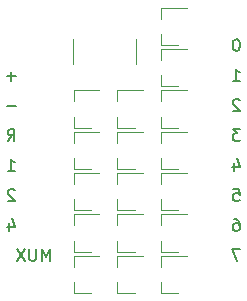
<source format=gbo>
%TF.GenerationSoftware,KiCad,Pcbnew,(5.1.9)-1*%
%TF.CreationDate,2022-08-29T18:21:33+02:00*%
%TF.ProjectId,mux,6d75782e-6b69-4636-9164-5f7063625858,rev?*%
%TF.SameCoordinates,Original*%
%TF.FileFunction,Legend,Bot*%
%TF.FilePolarity,Positive*%
%FSLAX46Y46*%
G04 Gerber Fmt 4.6, Leading zero omitted, Abs format (unit mm)*
G04 Created by KiCad (PCBNEW (5.1.9)-1) date 2022-08-29 18:21:33*
%MOMM*%
%LPD*%
G01*
G04 APERTURE LIST*
%ADD10C,0.150000*%
%ADD11C,0.120000*%
%ADD12O,1.700000X1.700000*%
%ADD13R,1.700000X1.700000*%
%ADD14R,0.900000X0.900000*%
%ADD15R,0.900000X0.800000*%
G04 APERTURE END LIST*
D10*
X137793333Y-62192380D02*
X137793333Y-61192380D01*
X137460000Y-61906666D01*
X137126666Y-61192380D01*
X137126666Y-62192380D01*
X136650476Y-61192380D02*
X136650476Y-62001904D01*
X136602857Y-62097142D01*
X136555238Y-62144761D01*
X136460000Y-62192380D01*
X136269523Y-62192380D01*
X136174285Y-62144761D01*
X136126666Y-62097142D01*
X136079047Y-62001904D01*
X136079047Y-61192380D01*
X135698095Y-61192380D02*
X135031428Y-62192380D01*
X135031428Y-61192380D02*
X135698095Y-62192380D01*
X153652619Y-43412380D02*
X153557380Y-43412380D01*
X153462142Y-43460000D01*
X153414523Y-43507619D01*
X153366904Y-43602857D01*
X153319285Y-43793333D01*
X153319285Y-44031428D01*
X153366904Y-44221904D01*
X153414523Y-44317142D01*
X153462142Y-44364761D01*
X153557380Y-44412380D01*
X153652619Y-44412380D01*
X153747857Y-44364761D01*
X153795476Y-44317142D01*
X153843095Y-44221904D01*
X153890714Y-44031428D01*
X153890714Y-43793333D01*
X153843095Y-43602857D01*
X153795476Y-43507619D01*
X153747857Y-43460000D01*
X153652619Y-43412380D01*
X153938333Y-61192380D02*
X153271666Y-61192380D01*
X153700238Y-62192380D01*
X153319285Y-46952380D02*
X153890714Y-46952380D01*
X153605000Y-46952380D02*
X153605000Y-45952380D01*
X153700238Y-46095238D01*
X153795476Y-46190476D01*
X153890714Y-46238095D01*
X153938333Y-51032380D02*
X153319285Y-51032380D01*
X153652619Y-51413333D01*
X153509761Y-51413333D01*
X153414523Y-51460952D01*
X153366904Y-51508571D01*
X153319285Y-51603809D01*
X153319285Y-51841904D01*
X153366904Y-51937142D01*
X153414523Y-51984761D01*
X153509761Y-52032380D01*
X153795476Y-52032380D01*
X153890714Y-51984761D01*
X153938333Y-51937142D01*
X153366904Y-56112380D02*
X153843095Y-56112380D01*
X153890714Y-56588571D01*
X153843095Y-56540952D01*
X153747857Y-56493333D01*
X153509761Y-56493333D01*
X153414523Y-56540952D01*
X153366904Y-56588571D01*
X153319285Y-56683809D01*
X153319285Y-56921904D01*
X153366904Y-57017142D01*
X153414523Y-57064761D01*
X153509761Y-57112380D01*
X153747857Y-57112380D01*
X153843095Y-57064761D01*
X153890714Y-57017142D01*
X153414523Y-53905714D02*
X153414523Y-54572380D01*
X153652619Y-53524761D02*
X153890714Y-54239047D01*
X153271666Y-54239047D01*
X153890714Y-48587619D02*
X153843095Y-48540000D01*
X153747857Y-48492380D01*
X153509761Y-48492380D01*
X153414523Y-48540000D01*
X153366904Y-48587619D01*
X153319285Y-48682857D01*
X153319285Y-48778095D01*
X153366904Y-48920952D01*
X153938333Y-49492380D01*
X153319285Y-49492380D01*
X153414523Y-58652380D02*
X153605000Y-58652380D01*
X153700238Y-58700000D01*
X153747857Y-58747619D01*
X153843095Y-58890476D01*
X153890714Y-59080952D01*
X153890714Y-59461904D01*
X153843095Y-59557142D01*
X153795476Y-59604761D01*
X153700238Y-59652380D01*
X153509761Y-59652380D01*
X153414523Y-59604761D01*
X153366904Y-59557142D01*
X153319285Y-59461904D01*
X153319285Y-59223809D01*
X153366904Y-59128571D01*
X153414523Y-59080952D01*
X153509761Y-59033333D01*
X153700238Y-59033333D01*
X153795476Y-59080952D01*
X153843095Y-59128571D01*
X153890714Y-59223809D01*
X134364523Y-58985714D02*
X134364523Y-59652380D01*
X134602619Y-58604761D02*
X134840714Y-59319047D01*
X134221666Y-59319047D01*
X134840714Y-56207619D02*
X134793095Y-56160000D01*
X134697857Y-56112380D01*
X134459761Y-56112380D01*
X134364523Y-56160000D01*
X134316904Y-56207619D01*
X134269285Y-56302857D01*
X134269285Y-56398095D01*
X134316904Y-56540952D01*
X134888333Y-57112380D01*
X134269285Y-57112380D01*
X134269285Y-54572380D02*
X134840714Y-54572380D01*
X134555000Y-54572380D02*
X134555000Y-53572380D01*
X134650238Y-53715238D01*
X134745476Y-53810476D01*
X134840714Y-53858095D01*
X134245476Y-52032380D02*
X134578809Y-51556190D01*
X134816904Y-52032380D02*
X134816904Y-51032380D01*
X134435952Y-51032380D01*
X134340714Y-51080000D01*
X134293095Y-51127619D01*
X134245476Y-51222857D01*
X134245476Y-51365714D01*
X134293095Y-51460952D01*
X134340714Y-51508571D01*
X134435952Y-51556190D01*
X134816904Y-51556190D01*
X134935952Y-49111428D02*
X134174047Y-49111428D01*
X134935952Y-46571428D02*
X134174047Y-46571428D01*
X134555000Y-46952380D02*
X134555000Y-46190476D01*
D11*
%TO.C,RN2*%
X139780000Y-43400000D02*
X139780000Y-45500000D01*
X145120000Y-43400000D02*
X145120000Y-45500000D01*
%TO.C,Q34*%
X143540000Y-64930000D02*
X143540000Y-64000000D01*
X143540000Y-61770000D02*
X143540000Y-62700000D01*
X143540000Y-61770000D02*
X145700000Y-61770000D01*
X143540000Y-64930000D02*
X145000000Y-64930000D01*
%TO.C,Q33*%
X147240000Y-64930000D02*
X147240000Y-64000000D01*
X147240000Y-61770000D02*
X147240000Y-62700000D01*
X147240000Y-61770000D02*
X149400000Y-61770000D01*
X147240000Y-64930000D02*
X148700000Y-64930000D01*
%TO.C,Q32*%
X147240000Y-61430000D02*
X147240000Y-60500000D01*
X147240000Y-58270000D02*
X147240000Y-59200000D01*
X147240000Y-58270000D02*
X149400000Y-58270000D01*
X147240000Y-61430000D02*
X148700000Y-61430000D01*
%TO.C,Q31*%
X147240000Y-57930000D02*
X147240000Y-57000000D01*
X147240000Y-54770000D02*
X147240000Y-55700000D01*
X147240000Y-54770000D02*
X149400000Y-54770000D01*
X147240000Y-57930000D02*
X148700000Y-57930000D01*
%TO.C,Q30*%
X147240000Y-54430000D02*
X147240000Y-53500000D01*
X147240000Y-51270000D02*
X147240000Y-52200000D01*
X147240000Y-51270000D02*
X149400000Y-51270000D01*
X147240000Y-54430000D02*
X148700000Y-54430000D01*
%TO.C,Q29*%
X147240000Y-50930000D02*
X147240000Y-50000000D01*
X147240000Y-47770000D02*
X147240000Y-48700000D01*
X147240000Y-47770000D02*
X149400000Y-47770000D01*
X147240000Y-50930000D02*
X148700000Y-50930000D01*
%TO.C,Q28*%
X147240000Y-47430000D02*
X147240000Y-46500000D01*
X147240000Y-44270000D02*
X147240000Y-45200000D01*
X147240000Y-44270000D02*
X149400000Y-44270000D01*
X147240000Y-47430000D02*
X148700000Y-47430000D01*
%TO.C,Q27*%
X147240000Y-43930000D02*
X147240000Y-43000000D01*
X147240000Y-40770000D02*
X147240000Y-41700000D01*
X147240000Y-40770000D02*
X149400000Y-40770000D01*
X147240000Y-43930000D02*
X148700000Y-43930000D01*
%TO.C,Q26*%
X139840000Y-61430000D02*
X139840000Y-60500000D01*
X139840000Y-58270000D02*
X139840000Y-59200000D01*
X139840000Y-58270000D02*
X142000000Y-58270000D01*
X139840000Y-61430000D02*
X141300000Y-61430000D01*
%TO.C,Q25*%
X139840000Y-64930000D02*
X139840000Y-64000000D01*
X139840000Y-61770000D02*
X139840000Y-62700000D01*
X139840000Y-61770000D02*
X142000000Y-61770000D01*
X139840000Y-64930000D02*
X141300000Y-64930000D01*
%TO.C,Q24*%
X139840000Y-50930000D02*
X139840000Y-50000000D01*
X139840000Y-47770000D02*
X139840000Y-48700000D01*
X139840000Y-47770000D02*
X142000000Y-47770000D01*
X139840000Y-50930000D02*
X141300000Y-50930000D01*
%TO.C,Q23*%
X143540000Y-61430000D02*
X143540000Y-60500000D01*
X143540000Y-58270000D02*
X143540000Y-59200000D01*
X143540000Y-58270000D02*
X145700000Y-58270000D01*
X143540000Y-61430000D02*
X145000000Y-61430000D01*
%TO.C,Q22*%
X143540000Y-57930000D02*
X143540000Y-57000000D01*
X143540000Y-54770000D02*
X143540000Y-55700000D01*
X143540000Y-54770000D02*
X145700000Y-54770000D01*
X143540000Y-57930000D02*
X145000000Y-57930000D01*
%TO.C,Q21*%
X143540000Y-54430000D02*
X143540000Y-53500000D01*
X143540000Y-51270000D02*
X143540000Y-52200000D01*
X143540000Y-51270000D02*
X145700000Y-51270000D01*
X143540000Y-54430000D02*
X145000000Y-54430000D01*
%TO.C,Q20*%
X143540000Y-50930000D02*
X143540000Y-50000000D01*
X143540000Y-47770000D02*
X143540000Y-48700000D01*
X143540000Y-47770000D02*
X145700000Y-47770000D01*
X143540000Y-50930000D02*
X145000000Y-50930000D01*
%TO.C,Q19*%
X139840000Y-57930000D02*
X139840000Y-57000000D01*
X139840000Y-54770000D02*
X139840000Y-55700000D01*
X139840000Y-54770000D02*
X142000000Y-54770000D01*
X139840000Y-57930000D02*
X141300000Y-57930000D01*
%TO.C,Q18*%
X139840000Y-54430000D02*
X139840000Y-53500000D01*
X139840000Y-51270000D02*
X139840000Y-52200000D01*
X139840000Y-51270000D02*
X142000000Y-51270000D01*
X139840000Y-54430000D02*
X141300000Y-54430000D01*
%TD*%
%LPC*%
D12*
%TO.C,J2*%
X136460000Y-59200000D03*
X136460000Y-56660000D03*
X136460000Y-54120000D03*
X136460000Y-51580000D03*
X136460000Y-49040000D03*
D13*
X136460000Y-46500000D03*
%TD*%
D12*
%TO.C,J1*%
X151700000Y-61740000D03*
X151700000Y-59200000D03*
X151700000Y-56660000D03*
X151700000Y-54120000D03*
X151700000Y-51580000D03*
X151700000Y-49040000D03*
X151700000Y-46500000D03*
D13*
X151700000Y-43960000D03*
%TD*%
D14*
%TO.C,RN2*%
X141790000Y-42950000D03*
X140450000Y-42950000D03*
X144450000Y-42950000D03*
X143110000Y-42950000D03*
X141790000Y-45950000D03*
X143110000Y-45950000D03*
X140450000Y-45950000D03*
X144450000Y-45950000D03*
%TD*%
D15*
%TO.C,Q34*%
X143300000Y-63350000D03*
X145300000Y-64300000D03*
X145300000Y-62400000D03*
%TD*%
%TO.C,Q33*%
X147000000Y-63350000D03*
X149000000Y-64300000D03*
X149000000Y-62400000D03*
%TD*%
%TO.C,Q32*%
X147000000Y-59850000D03*
X149000000Y-60800000D03*
X149000000Y-58900000D03*
%TD*%
%TO.C,Q31*%
X147000000Y-56350000D03*
X149000000Y-57300000D03*
X149000000Y-55400000D03*
%TD*%
%TO.C,Q30*%
X147000000Y-52850000D03*
X149000000Y-53800000D03*
X149000000Y-51900000D03*
%TD*%
%TO.C,Q29*%
X147000000Y-49350000D03*
X149000000Y-50300000D03*
X149000000Y-48400000D03*
%TD*%
%TO.C,Q28*%
X147000000Y-45850000D03*
X149000000Y-46800000D03*
X149000000Y-44900000D03*
%TD*%
%TO.C,Q27*%
X147000000Y-42350000D03*
X149000000Y-43300000D03*
X149000000Y-41400000D03*
%TD*%
%TO.C,Q26*%
X139600000Y-59850000D03*
X141600000Y-60800000D03*
X141600000Y-58900000D03*
%TD*%
%TO.C,Q25*%
X139600000Y-63350000D03*
X141600000Y-64300000D03*
X141600000Y-62400000D03*
%TD*%
%TO.C,Q24*%
X139600000Y-49350000D03*
X141600000Y-50300000D03*
X141600000Y-48400000D03*
%TD*%
%TO.C,Q23*%
X143300000Y-59850000D03*
X145300000Y-60800000D03*
X145300000Y-58900000D03*
%TD*%
%TO.C,Q22*%
X143300000Y-56350000D03*
X145300000Y-57300000D03*
X145300000Y-55400000D03*
%TD*%
%TO.C,Q21*%
X143300000Y-52850000D03*
X145300000Y-53800000D03*
X145300000Y-51900000D03*
%TD*%
%TO.C,Q20*%
X143300000Y-49350000D03*
X145300000Y-50300000D03*
X145300000Y-48400000D03*
%TD*%
%TO.C,Q19*%
X139600000Y-56350000D03*
X141600000Y-57300000D03*
X141600000Y-55400000D03*
%TD*%
%TO.C,Q18*%
X139600000Y-52850000D03*
X141600000Y-53800000D03*
X141600000Y-51900000D03*
%TD*%
M02*

</source>
